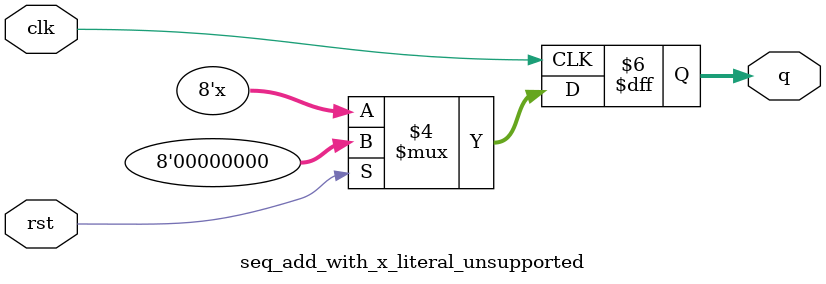
<source format=sv>

module seq_add_with_x_literal_unsupported(
  input logic clk,
  input logic rst,
  output logic [7:0] q
);
  always_ff @(posedge clk) begin
    if (rst) q <= 8'h00;
    else q <= q + 1'bx;
  end
endmodule

</source>
